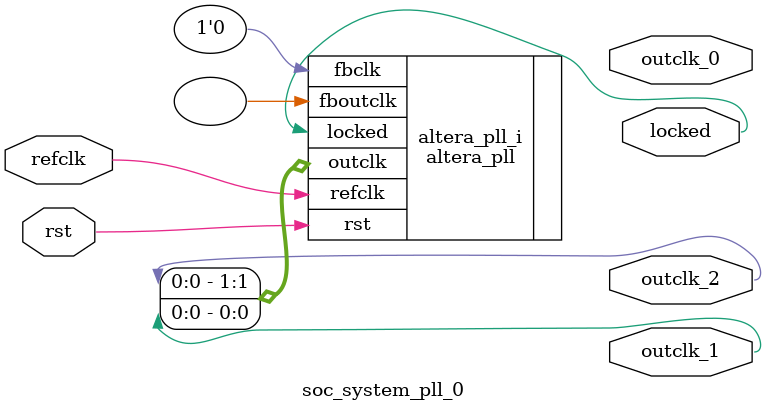
<source format=v>
`timescale 1ns/10ps
module  soc_system_pll_0(

	// interface 'refclk'
	input wire refclk,

	// interface 'reset'
	input wire rst,

	// interface 'outclk0'
	output wire outclk_0,

	// interface 'outclk1'
	output wire outclk_1,

	// interface 'outclk2'
	output wire outclk_2,

	// interface 'locked'
	output wire locked
);

	altera_pll #(
		.fractional_vco_multiplier("false"),
		.reference_clock_frequency("50.0 MHz"),
		.operation_mode("normal"),
		.number_of_clocks(2),
		.output_clock_frequency0("10.000000 MHz"),
		.phase_shift0("0 ps"),
		.duty_cycle0(50),
		.output_clock_frequency1("40.000000 MHz"),
		.phase_shift1("0 ps"),
		.duty_cycle1(50),
		.output_clock_frequency2("100.000000 MHz"),
		.phase_shift2("0 ps"),
		.duty_cycle2(50),
		.output_clock_frequency3("0 MHz"),
		.phase_shift3("0 ps"),
		.duty_cycle3(50),
		.output_clock_frequency4("0 MHz"),
		.phase_shift4("0 ps"),
		.duty_cycle4(50),
		.output_clock_frequency5("0 MHz"),
		.phase_shift5("0 ps"),
		.duty_cycle5(50),
		.output_clock_frequency6("0 MHz"),
		.phase_shift6("0 ps"),
		.duty_cycle6(50),
		.output_clock_frequency7("0 MHz"),
		.phase_shift7("0 ps"),
		.duty_cycle7(50),
		.output_clock_frequency8("0 MHz"),
		.phase_shift8("0 ps"),
		.duty_cycle8(50),
		.output_clock_frequency9("0 MHz"),
		.phase_shift9("0 ps"),
		.duty_cycle9(50),
		.output_clock_frequency10("0 MHz"),
		.phase_shift10("0 ps"),
		.duty_cycle10(50),
		.output_clock_frequency11("0 MHz"),
		.phase_shift11("0 ps"),
		.duty_cycle11(50),
		.output_clock_frequency12("0 MHz"),
		.phase_shift12("0 ps"),
		.duty_cycle12(50),
		.output_clock_frequency13("0 MHz"),
		.phase_shift13("0 ps"),
		.duty_cycle13(50),
		.output_clock_frequency14("0 MHz"),
		.phase_shift14("0 ps"),
		.duty_cycle14(50),
		.output_clock_frequency15("0 MHz"),
		.phase_shift15("0 ps"),
		.duty_cycle15(50),
		.output_clock_frequency16("0 MHz"),
		.phase_shift16("0 ps"),
		.duty_cycle16(50),
		.output_clock_frequency17("0 MHz"),
		.phase_shift17("0 ps"),
		.duty_cycle17(50),
		.pll_type("General"),
		.pll_subtype("General")
	) altera_pll_i (
		.rst	(rst),
		.outclk	({outclk_2, outclk_1}),
		.locked	(locked),
		.fboutclk	( ),
		.fbclk	(1'b0),
		.refclk	(refclk)
	);
endmodule


</source>
